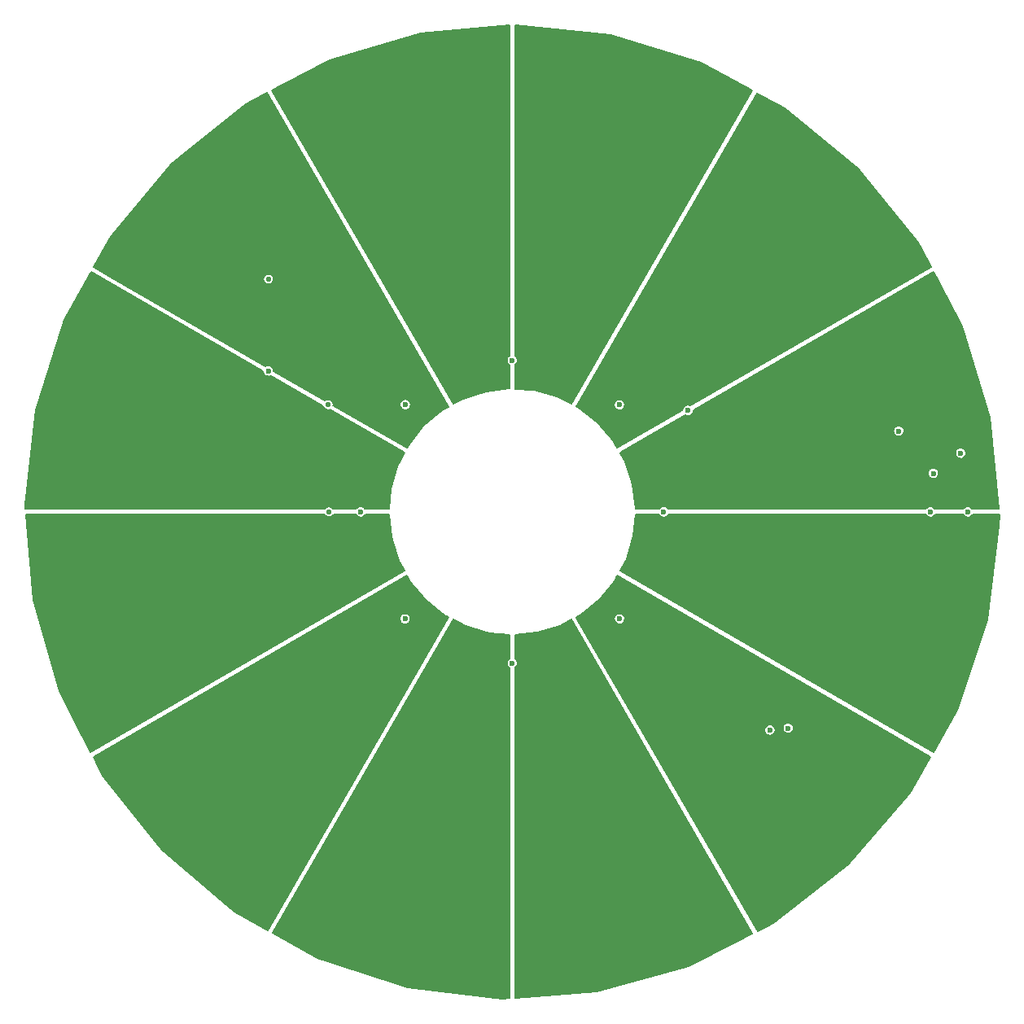
<source format=gbr>
G04 #@! TF.GenerationSoftware,KiCad,Pcbnew,(2017-12-21 revision 7586afd53)-makepkg*
G04 #@! TF.CreationDate,2018-01-22T18:21:21-08:00*
G04 #@! TF.ProjectId,fieldmill,6669656C646D696C6C2E6B696361645F,A*
G04 #@! TF.SameCoordinates,Original*
G04 #@! TF.FileFunction,Copper,L1,Top,Signal*
G04 #@! TF.FilePolarity,Positive*
%FSLAX46Y46*%
G04 Gerber Fmt 4.6, Leading zero omitted, Abs format (unit mm)*
G04 Created by KiCad (PCBNEW (2017-12-21 revision 7586afd53)-makepkg) date 01/22/18 18:21:21*
%MOMM*%
%LPD*%
G01*
G04 APERTURE LIST*
%ADD10R,1.000000X1.000000*%
%ADD11C,0.600000*%
%ADD12C,0.550000*%
%ADD13C,0.200000*%
%ADD14C,0.180000*%
G04 APERTURE END LIST*
D10*
X117600000Y-95200000D03*
X112800000Y-87000000D03*
X104600000Y-82400000D03*
X95400000Y-82800000D03*
X87200000Y-87400000D03*
X82600000Y-95400000D03*
X82600000Y-104600000D03*
X87200000Y-112600000D03*
X95400000Y-117400000D03*
X105000000Y-117200000D03*
X113000000Y-112600000D03*
X117600000Y-104600000D03*
D11*
X143800000Y-96000000D03*
X140200000Y-91600000D03*
X143500000Y-100000000D03*
X74625000Y-85350000D03*
X128700000Y-122500000D03*
X126800000Y-122700000D03*
X146650000Y-93900000D03*
X118275000Y-89450000D03*
D12*
X80950000Y-100000000D03*
X74650000Y-75800000D03*
X80850000Y-88850000D03*
D11*
X88280000Y-107670000D03*
X147400000Y-100000000D03*
X86760000Y-91380000D03*
X115725000Y-98525000D03*
X111150000Y-88870000D03*
X111160000Y-111130000D03*
X88850000Y-111140000D03*
X88870000Y-88850000D03*
X115760000Y-100000000D03*
X84250000Y-100000000D03*
X100000000Y-115760000D03*
X100000000Y-84250000D03*
X96000000Y-115281675D03*
X85379536Y-95850000D03*
X104150000Y-114620464D03*
X112140000Y-90860000D03*
X111880000Y-108490000D03*
X85850000Y-103588125D03*
X103650000Y-85866579D03*
X96550000Y-86434008D03*
X113552595Y-103500000D03*
D13*
X88280000Y-107670000D02*
X87600000Y-110230000D01*
X87600000Y-110230000D02*
X87200000Y-112600000D01*
X86760000Y-90550000D02*
X87200000Y-87400000D01*
X86760000Y-91380000D02*
X86760000Y-90550000D01*
X116900000Y-98400000D02*
X117600000Y-95200000D01*
X115725000Y-98525000D02*
X116900000Y-98400000D01*
X96000000Y-115281675D02*
X95400000Y-117400000D01*
X113590000Y-89730000D02*
X112800000Y-87000000D01*
X112140000Y-90860000D02*
X113590000Y-89730000D01*
X85379536Y-95850000D02*
X82600000Y-95400000D01*
X104150000Y-114620464D02*
X105000000Y-117200000D01*
X113560000Y-109840000D02*
X113000000Y-112600000D01*
X111880000Y-108490000D02*
X113560000Y-109840000D01*
X85850000Y-103588125D02*
X82600000Y-104600000D01*
X103650000Y-85866579D02*
X104600000Y-82400000D01*
X113552595Y-103500000D02*
X117600000Y-104600000D01*
X96550000Y-86434008D02*
X95400000Y-82800000D01*
D14*
G36*
X146832879Y-80696880D02*
X149690283Y-90161059D01*
X150626565Y-99710000D01*
X147891692Y-99710000D01*
X147843856Y-99638000D01*
X147765090Y-99558682D01*
X147672418Y-99496174D01*
X147569369Y-99452857D01*
X147459870Y-99430380D01*
X147348089Y-99429599D01*
X147238287Y-99450545D01*
X147134643Y-99492420D01*
X147041108Y-99553628D01*
X146961242Y-99631838D01*
X146907723Y-99710000D01*
X143991692Y-99710000D01*
X143943856Y-99638000D01*
X143865090Y-99558682D01*
X143772418Y-99496174D01*
X143669369Y-99452857D01*
X143559870Y-99430380D01*
X143448089Y-99429599D01*
X143338287Y-99450545D01*
X143234643Y-99492420D01*
X143141108Y-99553628D01*
X143061242Y-99631838D01*
X143007723Y-99710000D01*
X116251692Y-99710000D01*
X116203856Y-99638000D01*
X116125090Y-99558682D01*
X116032418Y-99496174D01*
X115929369Y-99452857D01*
X115819870Y-99430380D01*
X115708089Y-99429599D01*
X115598287Y-99450545D01*
X115494643Y-99492420D01*
X115401108Y-99553628D01*
X115321242Y-99631838D01*
X115267723Y-99710000D01*
X112840951Y-99710000D01*
X112839992Y-99641347D01*
X112525793Y-97154210D01*
X112157782Y-96047927D01*
X143229251Y-96047927D01*
X143249430Y-96157874D01*
X143290580Y-96261806D01*
X143351133Y-96355767D01*
X143428784Y-96436177D01*
X143520574Y-96499973D01*
X143623008Y-96544725D01*
X143732183Y-96568729D01*
X143843941Y-96571070D01*
X143954026Y-96551659D01*
X144058244Y-96511236D01*
X144152625Y-96451339D01*
X144233575Y-96374252D01*
X144298010Y-96282909D01*
X144343476Y-96180791D01*
X144368242Y-96071786D01*
X144370024Y-95944109D01*
X144348312Y-95834455D01*
X144305715Y-95731106D01*
X144243856Y-95638000D01*
X144165090Y-95558682D01*
X144072418Y-95496174D01*
X143969369Y-95452857D01*
X143859870Y-95430380D01*
X143748089Y-95429599D01*
X143638287Y-95450545D01*
X143534643Y-95492420D01*
X143441108Y-95553628D01*
X143361242Y-95631838D01*
X143298088Y-95724072D01*
X143254052Y-95826815D01*
X143230811Y-95936155D01*
X143229251Y-96047927D01*
X112157782Y-96047927D01*
X111734491Y-94775468D01*
X111264383Y-93947927D01*
X146079251Y-93947927D01*
X146099430Y-94057874D01*
X146140580Y-94161806D01*
X146201133Y-94255767D01*
X146278784Y-94336177D01*
X146370574Y-94399973D01*
X146473008Y-94444725D01*
X146582183Y-94468729D01*
X146693941Y-94471070D01*
X146804026Y-94451659D01*
X146908244Y-94411236D01*
X147002625Y-94351339D01*
X147083575Y-94274252D01*
X147148010Y-94182909D01*
X147193476Y-94080791D01*
X147218242Y-93971786D01*
X147220024Y-93844109D01*
X147198312Y-93734455D01*
X147155715Y-93631106D01*
X147093856Y-93538000D01*
X147015090Y-93458682D01*
X146922418Y-93396174D01*
X146819369Y-93352857D01*
X146709870Y-93330380D01*
X146598089Y-93329599D01*
X146488287Y-93350545D01*
X146384643Y-93392420D01*
X146291108Y-93453628D01*
X146211242Y-93531838D01*
X146148088Y-93624072D01*
X146104052Y-93726815D01*
X146080811Y-93836155D01*
X146079251Y-93947927D01*
X111264383Y-93947927D01*
X111214530Y-93860170D01*
X115046240Y-91647927D01*
X139629251Y-91647927D01*
X139649430Y-91757874D01*
X139690580Y-91861806D01*
X139751133Y-91955767D01*
X139828784Y-92036177D01*
X139920574Y-92099973D01*
X140023008Y-92144725D01*
X140132183Y-92168729D01*
X140243941Y-92171070D01*
X140354026Y-92151659D01*
X140458244Y-92111236D01*
X140552625Y-92051339D01*
X140633575Y-91974252D01*
X140698010Y-91882909D01*
X140743476Y-91780791D01*
X140768242Y-91671786D01*
X140770024Y-91544109D01*
X140748312Y-91434455D01*
X140705715Y-91331106D01*
X140643856Y-91238000D01*
X140565090Y-91158682D01*
X140472418Y-91096174D01*
X140369369Y-91052857D01*
X140259870Y-91030380D01*
X140148089Y-91029599D01*
X140038287Y-91050545D01*
X139934643Y-91092420D01*
X139841108Y-91153628D01*
X139761242Y-91231838D01*
X139698088Y-91324072D01*
X139654052Y-91426815D01*
X139630811Y-91536155D01*
X139629251Y-91647927D01*
X115046240Y-91647927D01*
X117991765Y-89947325D01*
X117995574Y-89949973D01*
X118098008Y-89994725D01*
X118207183Y-90018729D01*
X118318941Y-90021070D01*
X118429026Y-90001659D01*
X118533244Y-89961236D01*
X118627625Y-89901339D01*
X118708575Y-89824252D01*
X118773010Y-89732909D01*
X118818476Y-89630791D01*
X118843242Y-89521786D01*
X118844172Y-89455187D01*
X143821987Y-75034216D01*
X146832879Y-80696880D01*
X146832879Y-80696880D01*
G37*
X146832879Y-80696880D02*
X149690283Y-90161059D01*
X150626565Y-99710000D01*
X147891692Y-99710000D01*
X147843856Y-99638000D01*
X147765090Y-99558682D01*
X147672418Y-99496174D01*
X147569369Y-99452857D01*
X147459870Y-99430380D01*
X147348089Y-99429599D01*
X147238287Y-99450545D01*
X147134643Y-99492420D01*
X147041108Y-99553628D01*
X146961242Y-99631838D01*
X146907723Y-99710000D01*
X143991692Y-99710000D01*
X143943856Y-99638000D01*
X143865090Y-99558682D01*
X143772418Y-99496174D01*
X143669369Y-99452857D01*
X143559870Y-99430380D01*
X143448089Y-99429599D01*
X143338287Y-99450545D01*
X143234643Y-99492420D01*
X143141108Y-99553628D01*
X143061242Y-99631838D01*
X143007723Y-99710000D01*
X116251692Y-99710000D01*
X116203856Y-99638000D01*
X116125090Y-99558682D01*
X116032418Y-99496174D01*
X115929369Y-99452857D01*
X115819870Y-99430380D01*
X115708089Y-99429599D01*
X115598287Y-99450545D01*
X115494643Y-99492420D01*
X115401108Y-99553628D01*
X115321242Y-99631838D01*
X115267723Y-99710000D01*
X112840951Y-99710000D01*
X112839992Y-99641347D01*
X112525793Y-97154210D01*
X112157782Y-96047927D01*
X143229251Y-96047927D01*
X143249430Y-96157874D01*
X143290580Y-96261806D01*
X143351133Y-96355767D01*
X143428784Y-96436177D01*
X143520574Y-96499973D01*
X143623008Y-96544725D01*
X143732183Y-96568729D01*
X143843941Y-96571070D01*
X143954026Y-96551659D01*
X144058244Y-96511236D01*
X144152625Y-96451339D01*
X144233575Y-96374252D01*
X144298010Y-96282909D01*
X144343476Y-96180791D01*
X144368242Y-96071786D01*
X144370024Y-95944109D01*
X144348312Y-95834455D01*
X144305715Y-95731106D01*
X144243856Y-95638000D01*
X144165090Y-95558682D01*
X144072418Y-95496174D01*
X143969369Y-95452857D01*
X143859870Y-95430380D01*
X143748089Y-95429599D01*
X143638287Y-95450545D01*
X143534643Y-95492420D01*
X143441108Y-95553628D01*
X143361242Y-95631838D01*
X143298088Y-95724072D01*
X143254052Y-95826815D01*
X143230811Y-95936155D01*
X143229251Y-96047927D01*
X112157782Y-96047927D01*
X111734491Y-94775468D01*
X111264383Y-93947927D01*
X146079251Y-93947927D01*
X146099430Y-94057874D01*
X146140580Y-94161806D01*
X146201133Y-94255767D01*
X146278784Y-94336177D01*
X146370574Y-94399973D01*
X146473008Y-94444725D01*
X146582183Y-94468729D01*
X146693941Y-94471070D01*
X146804026Y-94451659D01*
X146908244Y-94411236D01*
X147002625Y-94351339D01*
X147083575Y-94274252D01*
X147148010Y-94182909D01*
X147193476Y-94080791D01*
X147218242Y-93971786D01*
X147220024Y-93844109D01*
X147198312Y-93734455D01*
X147155715Y-93631106D01*
X147093856Y-93538000D01*
X147015090Y-93458682D01*
X146922418Y-93396174D01*
X146819369Y-93352857D01*
X146709870Y-93330380D01*
X146598089Y-93329599D01*
X146488287Y-93350545D01*
X146384643Y-93392420D01*
X146291108Y-93453628D01*
X146211242Y-93531838D01*
X146148088Y-93624072D01*
X146104052Y-93726815D01*
X146080811Y-93836155D01*
X146079251Y-93947927D01*
X111264383Y-93947927D01*
X111214530Y-93860170D01*
X115046240Y-91647927D01*
X139629251Y-91647927D01*
X139649430Y-91757874D01*
X139690580Y-91861806D01*
X139751133Y-91955767D01*
X139828784Y-92036177D01*
X139920574Y-92099973D01*
X140023008Y-92144725D01*
X140132183Y-92168729D01*
X140243941Y-92171070D01*
X140354026Y-92151659D01*
X140458244Y-92111236D01*
X140552625Y-92051339D01*
X140633575Y-91974252D01*
X140698010Y-91882909D01*
X140743476Y-91780791D01*
X140768242Y-91671786D01*
X140770024Y-91544109D01*
X140748312Y-91434455D01*
X140705715Y-91331106D01*
X140643856Y-91238000D01*
X140565090Y-91158682D01*
X140472418Y-91096174D01*
X140369369Y-91052857D01*
X140259870Y-91030380D01*
X140148089Y-91029599D01*
X140038287Y-91050545D01*
X139934643Y-91092420D01*
X139841108Y-91153628D01*
X139761242Y-91231838D01*
X139698088Y-91324072D01*
X139654052Y-91426815D01*
X139630811Y-91536155D01*
X139629251Y-91647927D01*
X115046240Y-91647927D01*
X117991765Y-89947325D01*
X117995574Y-89949973D01*
X118098008Y-89994725D01*
X118207183Y-90018729D01*
X118318941Y-90021070D01*
X118429026Y-90001659D01*
X118533244Y-89961236D01*
X118627625Y-89901339D01*
X118708575Y-89824252D01*
X118773010Y-89732909D01*
X118818476Y-89630791D01*
X118843242Y-89521786D01*
X118844172Y-89455187D01*
X143821987Y-75034216D01*
X146832879Y-80696880D01*
G36*
X128325917Y-58005102D02*
X135943306Y-64306754D01*
X142191625Y-71967951D01*
X143549532Y-74521802D01*
X118555908Y-88951901D01*
X118547418Y-88946174D01*
X118444369Y-88902857D01*
X118334870Y-88880380D01*
X118223089Y-88879599D01*
X118113287Y-88900545D01*
X118009643Y-88942420D01*
X117916108Y-89003628D01*
X117836242Y-89081838D01*
X117773088Y-89174072D01*
X117729052Y-89276815D01*
X117705811Y-89386155D01*
X117705015Y-89443165D01*
X110928041Y-93355859D01*
X110496226Y-92595727D01*
X108858163Y-90698012D01*
X106882695Y-89154608D01*
X106661061Y-89042653D01*
X106733071Y-88917927D01*
X110579251Y-88917927D01*
X110599430Y-89027874D01*
X110640580Y-89131806D01*
X110701133Y-89225767D01*
X110778784Y-89306177D01*
X110870574Y-89369973D01*
X110973008Y-89414725D01*
X111082183Y-89438729D01*
X111193941Y-89441070D01*
X111304026Y-89421659D01*
X111408244Y-89381236D01*
X111502625Y-89321339D01*
X111583575Y-89244252D01*
X111648010Y-89152909D01*
X111693476Y-89050791D01*
X111718242Y-88941786D01*
X111720024Y-88814109D01*
X111698312Y-88704455D01*
X111655715Y-88601106D01*
X111593856Y-88508000D01*
X111515090Y-88428682D01*
X111422418Y-88366174D01*
X111319369Y-88322857D01*
X111209870Y-88300380D01*
X111098089Y-88299599D01*
X110988287Y-88320545D01*
X110884643Y-88362420D01*
X110791108Y-88423628D01*
X110711242Y-88501838D01*
X110648088Y-88594072D01*
X110604052Y-88696815D01*
X110580811Y-88806155D01*
X110579251Y-88917927D01*
X106733071Y-88917927D01*
X125471652Y-56461807D01*
X128325917Y-58005102D01*
X128325917Y-58005102D01*
G37*
X128325917Y-58005102D02*
X135943306Y-64306754D01*
X142191625Y-71967951D01*
X143549532Y-74521802D01*
X118555908Y-88951901D01*
X118547418Y-88946174D01*
X118444369Y-88902857D01*
X118334870Y-88880380D01*
X118223089Y-88879599D01*
X118113287Y-88900545D01*
X118009643Y-88942420D01*
X117916108Y-89003628D01*
X117836242Y-89081838D01*
X117773088Y-89174072D01*
X117729052Y-89276815D01*
X117705811Y-89386155D01*
X117705015Y-89443165D01*
X110928041Y-93355859D01*
X110496226Y-92595727D01*
X108858163Y-90698012D01*
X106882695Y-89154608D01*
X106661061Y-89042653D01*
X106733071Y-88917927D01*
X110579251Y-88917927D01*
X110599430Y-89027874D01*
X110640580Y-89131806D01*
X110701133Y-89225767D01*
X110778784Y-89306177D01*
X110870574Y-89369973D01*
X110973008Y-89414725D01*
X111082183Y-89438729D01*
X111193941Y-89441070D01*
X111304026Y-89421659D01*
X111408244Y-89381236D01*
X111502625Y-89321339D01*
X111583575Y-89244252D01*
X111648010Y-89152909D01*
X111693476Y-89050791D01*
X111718242Y-88941786D01*
X111720024Y-88814109D01*
X111698312Y-88704455D01*
X111655715Y-88601106D01*
X111593856Y-88508000D01*
X111515090Y-88428682D01*
X111422418Y-88366174D01*
X111319369Y-88322857D01*
X111209870Y-88300380D01*
X111098089Y-88299599D01*
X110988287Y-88320545D01*
X110884643Y-88362420D01*
X110791108Y-88423628D01*
X110711242Y-88501838D01*
X110648088Y-88594072D01*
X110604052Y-88696815D01*
X110580811Y-88806155D01*
X110579251Y-88917927D01*
X106733071Y-88917927D01*
X125471652Y-56461807D01*
X128325917Y-58005102D01*
G36*
X110185602Y-50379616D02*
X119629602Y-53303022D01*
X124961265Y-56185841D01*
X106142561Y-88780739D01*
X104645068Y-88024301D01*
X102230511Y-87350144D01*
X100290000Y-87200830D01*
X100290000Y-84741083D01*
X100352625Y-84701339D01*
X100433575Y-84624252D01*
X100498010Y-84532909D01*
X100543476Y-84430791D01*
X100568242Y-84321786D01*
X100570024Y-84194109D01*
X100548312Y-84084455D01*
X100505715Y-83981106D01*
X100443856Y-83888000D01*
X100365090Y-83808682D01*
X100290000Y-83758033D01*
X100290000Y-49352025D01*
X100353636Y-49346234D01*
X110185602Y-50379616D01*
X110185602Y-50379616D01*
G37*
X110185602Y-50379616D02*
X119629602Y-53303022D01*
X124961265Y-56185841D01*
X106142561Y-88780739D01*
X104645068Y-88024301D01*
X102230511Y-87350144D01*
X100290000Y-87200830D01*
X100290000Y-84741083D01*
X100352625Y-84701339D01*
X100433575Y-84624252D01*
X100498010Y-84532909D01*
X100543476Y-84430791D01*
X100568242Y-84321786D01*
X100570024Y-84194109D01*
X100548312Y-84084455D01*
X100505715Y-83981106D01*
X100443856Y-83888000D01*
X100365090Y-83808682D01*
X100290000Y-83758033D01*
X100290000Y-49352025D01*
X100353636Y-49346234D01*
X110185602Y-50379616D01*
G36*
X99710000Y-83758546D02*
X99641108Y-83803628D01*
X99561242Y-83881838D01*
X99498088Y-83974072D01*
X99454052Y-84076815D01*
X99430811Y-84186155D01*
X99429251Y-84297927D01*
X99449430Y-84407874D01*
X99490580Y-84511806D01*
X99551133Y-84605767D01*
X99628784Y-84686177D01*
X99710000Y-84742624D01*
X99710000Y-87160321D01*
X97241725Y-87454645D01*
X94857517Y-88229321D01*
X93860715Y-88786414D01*
X75028464Y-56168051D01*
X81024303Y-53033502D01*
X90508200Y-50242239D01*
X99710000Y-49404809D01*
X99710000Y-83758546D01*
X99710000Y-83758546D01*
G37*
X99710000Y-83758546D02*
X99641108Y-83803628D01*
X99561242Y-83881838D01*
X99498088Y-83974072D01*
X99454052Y-84076815D01*
X99430811Y-84186155D01*
X99429251Y-84297927D01*
X99449430Y-84407874D01*
X99490580Y-84511806D01*
X99551133Y-84605767D01*
X99628784Y-84686177D01*
X99710000Y-84742624D01*
X99710000Y-87160321D01*
X97241725Y-87454645D01*
X94857517Y-88229321D01*
X93860715Y-88786414D01*
X75028464Y-56168051D01*
X81024303Y-53033502D01*
X90508200Y-50242239D01*
X99710000Y-49404809D01*
X99710000Y-83758546D01*
G36*
X93354379Y-89069396D02*
X92669184Y-89452338D01*
X90760080Y-91077113D01*
X89202922Y-93041758D01*
X89048480Y-93342270D01*
X81392553Y-88922010D01*
X81393319Y-88918637D01*
X81393608Y-88897927D01*
X88299251Y-88897927D01*
X88319430Y-89007874D01*
X88360580Y-89111806D01*
X88421133Y-89205767D01*
X88498784Y-89286177D01*
X88590574Y-89349973D01*
X88693008Y-89394725D01*
X88802183Y-89418729D01*
X88913941Y-89421070D01*
X89024026Y-89401659D01*
X89128244Y-89361236D01*
X89222625Y-89301339D01*
X89303575Y-89224252D01*
X89368010Y-89132909D01*
X89413476Y-89030791D01*
X89438242Y-88921786D01*
X89440024Y-88794109D01*
X89418312Y-88684455D01*
X89375715Y-88581106D01*
X89313856Y-88488000D01*
X89235090Y-88408682D01*
X89142418Y-88346174D01*
X89039369Y-88302857D01*
X88929870Y-88280380D01*
X88818089Y-88279599D01*
X88708287Y-88300545D01*
X88604643Y-88342420D01*
X88511108Y-88403628D01*
X88431242Y-88481838D01*
X88368088Y-88574072D01*
X88324052Y-88676815D01*
X88300811Y-88786155D01*
X88299251Y-88897927D01*
X81393608Y-88897927D01*
X81395023Y-88796560D01*
X81374264Y-88691715D01*
X81333535Y-88592900D01*
X81274388Y-88503877D01*
X81199077Y-88428038D01*
X81110469Y-88368272D01*
X81011941Y-88326854D01*
X80907244Y-88305363D01*
X80800366Y-88304617D01*
X80695379Y-88324644D01*
X80596282Y-88364682D01*
X80517054Y-88416528D01*
X75194336Y-85343379D01*
X75195024Y-85294109D01*
X75173312Y-85184455D01*
X75130715Y-85081106D01*
X75068856Y-84988000D01*
X74990090Y-84908682D01*
X74897418Y-84846174D01*
X74794369Y-84802857D01*
X74684870Y-84780380D01*
X74573089Y-84779599D01*
X74463287Y-84800545D01*
X74359643Y-84842420D01*
X74344188Y-84852534D01*
X58744497Y-75845825D01*
X74104284Y-75845825D01*
X74123578Y-75950949D01*
X74162923Y-76050324D01*
X74220820Y-76140164D01*
X74295066Y-76217047D01*
X74382830Y-76278044D01*
X74480771Y-76320834D01*
X74585158Y-76343785D01*
X74692014Y-76346023D01*
X74797270Y-76327463D01*
X74896917Y-76288813D01*
X74987159Y-76231544D01*
X75064559Y-76157837D01*
X75126168Y-76070501D01*
X75169640Y-75972861D01*
X75193319Y-75868637D01*
X75195023Y-75746560D01*
X75174264Y-75641715D01*
X75133535Y-75542900D01*
X75074388Y-75453877D01*
X74999077Y-75378038D01*
X74910469Y-75318272D01*
X74811941Y-75276854D01*
X74707244Y-75255363D01*
X74600366Y-75254617D01*
X74495379Y-75274644D01*
X74396282Y-75314682D01*
X74306849Y-75373206D01*
X74230486Y-75447986D01*
X74170102Y-75536174D01*
X74127998Y-75634411D01*
X74105776Y-75738955D01*
X74104284Y-75845825D01*
X58744497Y-75845825D01*
X56471207Y-74533308D01*
X58203876Y-71381596D01*
X64558553Y-63808386D01*
X72263185Y-57613704D01*
X74514023Y-56436994D01*
X93354379Y-89069396D01*
X93354379Y-89069396D01*
G37*
X93354379Y-89069396D02*
X92669184Y-89452338D01*
X90760080Y-91077113D01*
X89202922Y-93041758D01*
X89048480Y-93342270D01*
X81392553Y-88922010D01*
X81393319Y-88918637D01*
X81393608Y-88897927D01*
X88299251Y-88897927D01*
X88319430Y-89007874D01*
X88360580Y-89111806D01*
X88421133Y-89205767D01*
X88498784Y-89286177D01*
X88590574Y-89349973D01*
X88693008Y-89394725D01*
X88802183Y-89418729D01*
X88913941Y-89421070D01*
X89024026Y-89401659D01*
X89128244Y-89361236D01*
X89222625Y-89301339D01*
X89303575Y-89224252D01*
X89368010Y-89132909D01*
X89413476Y-89030791D01*
X89438242Y-88921786D01*
X89440024Y-88794109D01*
X89418312Y-88684455D01*
X89375715Y-88581106D01*
X89313856Y-88488000D01*
X89235090Y-88408682D01*
X89142418Y-88346174D01*
X89039369Y-88302857D01*
X88929870Y-88280380D01*
X88818089Y-88279599D01*
X88708287Y-88300545D01*
X88604643Y-88342420D01*
X88511108Y-88403628D01*
X88431242Y-88481838D01*
X88368088Y-88574072D01*
X88324052Y-88676815D01*
X88300811Y-88786155D01*
X88299251Y-88897927D01*
X81393608Y-88897927D01*
X81395023Y-88796560D01*
X81374264Y-88691715D01*
X81333535Y-88592900D01*
X81274388Y-88503877D01*
X81199077Y-88428038D01*
X81110469Y-88368272D01*
X81011941Y-88326854D01*
X80907244Y-88305363D01*
X80800366Y-88304617D01*
X80695379Y-88324644D01*
X80596282Y-88364682D01*
X80517054Y-88416528D01*
X75194336Y-85343379D01*
X75195024Y-85294109D01*
X75173312Y-85184455D01*
X75130715Y-85081106D01*
X75068856Y-84988000D01*
X74990090Y-84908682D01*
X74897418Y-84846174D01*
X74794369Y-84802857D01*
X74684870Y-84780380D01*
X74573089Y-84779599D01*
X74463287Y-84800545D01*
X74359643Y-84842420D01*
X74344188Y-84852534D01*
X58744497Y-75845825D01*
X74104284Y-75845825D01*
X74123578Y-75950949D01*
X74162923Y-76050324D01*
X74220820Y-76140164D01*
X74295066Y-76217047D01*
X74382830Y-76278044D01*
X74480771Y-76320834D01*
X74585158Y-76343785D01*
X74692014Y-76346023D01*
X74797270Y-76327463D01*
X74896917Y-76288813D01*
X74987159Y-76231544D01*
X75064559Y-76157837D01*
X75126168Y-76070501D01*
X75169640Y-75972861D01*
X75193319Y-75868637D01*
X75195023Y-75746560D01*
X75174264Y-75641715D01*
X75133535Y-75542900D01*
X75074388Y-75453877D01*
X74999077Y-75378038D01*
X74910469Y-75318272D01*
X74811941Y-75276854D01*
X74707244Y-75255363D01*
X74600366Y-75254617D01*
X74495379Y-75274644D01*
X74396282Y-75314682D01*
X74306849Y-75373206D01*
X74230486Y-75447986D01*
X74170102Y-75536174D01*
X74127998Y-75634411D01*
X74105776Y-75738955D01*
X74104284Y-75845825D01*
X58744497Y-75845825D01*
X56471207Y-74533308D01*
X58203876Y-71381596D01*
X64558553Y-63808386D01*
X72263185Y-57613704D01*
X74514023Y-56436994D01*
X93354379Y-89069396D01*
G36*
X74054844Y-85355425D02*
X74054251Y-85397927D01*
X74074430Y-85507874D01*
X74115580Y-85611806D01*
X74176133Y-85705767D01*
X74253784Y-85786177D01*
X74345574Y-85849973D01*
X74448008Y-85894725D01*
X74557183Y-85918729D01*
X74668941Y-85921070D01*
X74779026Y-85901659D01*
X74883244Y-85861236D01*
X74905961Y-85846819D01*
X80318187Y-88971574D01*
X80323578Y-89000949D01*
X80362923Y-89100324D01*
X80420820Y-89190164D01*
X80495066Y-89267047D01*
X80582830Y-89328044D01*
X80680771Y-89370834D01*
X80785158Y-89393785D01*
X80892014Y-89396023D01*
X80997270Y-89377463D01*
X81011588Y-89371910D01*
X88783037Y-93858765D01*
X88057021Y-95271440D01*
X87366024Y-97681232D01*
X87195664Y-99710000D01*
X84741692Y-99710000D01*
X84693856Y-99638000D01*
X84615090Y-99558682D01*
X84522418Y-99496174D01*
X84419369Y-99452857D01*
X84309870Y-99430380D01*
X84198089Y-99429599D01*
X84088287Y-99450545D01*
X83984643Y-99492420D01*
X83891108Y-99553628D01*
X83811242Y-99631838D01*
X83757723Y-99710000D01*
X81411676Y-99710000D01*
X81374388Y-99653877D01*
X81299077Y-99578038D01*
X81210469Y-99518272D01*
X81111941Y-99476854D01*
X81007244Y-99455363D01*
X80900366Y-99454617D01*
X80795379Y-99474644D01*
X80696282Y-99514682D01*
X80606849Y-99573206D01*
X80530486Y-99647986D01*
X80488024Y-99710000D01*
X49384976Y-99710000D01*
X49349938Y-99292746D01*
X50451933Y-89468233D01*
X53441199Y-80044873D01*
X56191538Y-75042024D01*
X74054844Y-85355425D01*
X74054844Y-85355425D01*
G37*
X74054844Y-85355425D02*
X74054251Y-85397927D01*
X74074430Y-85507874D01*
X74115580Y-85611806D01*
X74176133Y-85705767D01*
X74253784Y-85786177D01*
X74345574Y-85849973D01*
X74448008Y-85894725D01*
X74557183Y-85918729D01*
X74668941Y-85921070D01*
X74779026Y-85901659D01*
X74883244Y-85861236D01*
X74905961Y-85846819D01*
X80318187Y-88971574D01*
X80323578Y-89000949D01*
X80362923Y-89100324D01*
X80420820Y-89190164D01*
X80495066Y-89267047D01*
X80582830Y-89328044D01*
X80680771Y-89370834D01*
X80785158Y-89393785D01*
X80892014Y-89396023D01*
X80997270Y-89377463D01*
X81011588Y-89371910D01*
X88783037Y-93858765D01*
X88057021Y-95271440D01*
X87366024Y-97681232D01*
X87195664Y-99710000D01*
X84741692Y-99710000D01*
X84693856Y-99638000D01*
X84615090Y-99558682D01*
X84522418Y-99496174D01*
X84419369Y-99452857D01*
X84309870Y-99430380D01*
X84198089Y-99429599D01*
X84088287Y-99450545D01*
X83984643Y-99492420D01*
X83891108Y-99553628D01*
X83811242Y-99631838D01*
X83757723Y-99710000D01*
X81411676Y-99710000D01*
X81374388Y-99653877D01*
X81299077Y-99578038D01*
X81210469Y-99518272D01*
X81111941Y-99476854D01*
X81007244Y-99455363D01*
X80900366Y-99454617D01*
X80795379Y-99474644D01*
X80696282Y-99514682D01*
X80606849Y-99573206D01*
X80530486Y-99647986D01*
X80488024Y-99710000D01*
X49384976Y-99710000D01*
X49349938Y-99292746D01*
X50451933Y-89468233D01*
X53441199Y-80044873D01*
X56191538Y-75042024D01*
X74054844Y-85355425D01*
G36*
X80520820Y-100340164D02*
X80595066Y-100417047D01*
X80682830Y-100478044D01*
X80780771Y-100520834D01*
X80885158Y-100543785D01*
X80992014Y-100546023D01*
X81097270Y-100527463D01*
X81196917Y-100488813D01*
X81287159Y-100431544D01*
X81364559Y-100357837D01*
X81412413Y-100290000D01*
X83758750Y-100290000D01*
X83801133Y-100355767D01*
X83878784Y-100436177D01*
X83970574Y-100499973D01*
X84073008Y-100544725D01*
X84182183Y-100568729D01*
X84293941Y-100571070D01*
X84404026Y-100551659D01*
X84508244Y-100511236D01*
X84602625Y-100451339D01*
X84683575Y-100374252D01*
X84743008Y-100290000D01*
X87168664Y-100290000D01*
X87435694Y-102670626D01*
X88193707Y-105060184D01*
X88786819Y-106139051D01*
X56155953Y-124978521D01*
X52902172Y-118647349D01*
X50177187Y-109144197D01*
X49433680Y-100290000D01*
X80488492Y-100290000D01*
X80520820Y-100340164D01*
X80520820Y-100340164D01*
G37*
X80520820Y-100340164D02*
X80595066Y-100417047D01*
X80682830Y-100478044D01*
X80780771Y-100520834D01*
X80885158Y-100543785D01*
X80992014Y-100546023D01*
X81097270Y-100527463D01*
X81196917Y-100488813D01*
X81287159Y-100431544D01*
X81364559Y-100357837D01*
X81412413Y-100290000D01*
X83758750Y-100290000D01*
X83801133Y-100355767D01*
X83878784Y-100436177D01*
X83970574Y-100499973D01*
X84073008Y-100544725D01*
X84182183Y-100568729D01*
X84293941Y-100571070D01*
X84404026Y-100551659D01*
X84508244Y-100511236D01*
X84602625Y-100451339D01*
X84683575Y-100374252D01*
X84743008Y-100290000D01*
X87168664Y-100290000D01*
X87435694Y-102670626D01*
X88193707Y-105060184D01*
X88786819Y-106139051D01*
X56155953Y-124978521D01*
X52902172Y-118647349D01*
X50177187Y-109144197D01*
X49433680Y-100290000D01*
X80488492Y-100290000D01*
X80520820Y-100340164D01*
G36*
X89401417Y-107257001D02*
X91012824Y-109177402D01*
X92966550Y-110748238D01*
X93345338Y-110946264D01*
X74537748Y-143521912D01*
X71090504Y-141595313D01*
X63561842Y-135187920D01*
X57421099Y-127440229D01*
X56421382Y-125494991D01*
X81201903Y-111187927D01*
X88279251Y-111187927D01*
X88299430Y-111297874D01*
X88340580Y-111401806D01*
X88401133Y-111495767D01*
X88478784Y-111576177D01*
X88570574Y-111639973D01*
X88673008Y-111684725D01*
X88782183Y-111708729D01*
X88893941Y-111711070D01*
X89004026Y-111691659D01*
X89108244Y-111651236D01*
X89202625Y-111591339D01*
X89283575Y-111514252D01*
X89348010Y-111422909D01*
X89393476Y-111320791D01*
X89418242Y-111211786D01*
X89420024Y-111084109D01*
X89398312Y-110974455D01*
X89355715Y-110871106D01*
X89293856Y-110778000D01*
X89215090Y-110698682D01*
X89122418Y-110636174D01*
X89019369Y-110592857D01*
X88909870Y-110570380D01*
X88798089Y-110569599D01*
X88688287Y-110590545D01*
X88584643Y-110632420D01*
X88491108Y-110693628D01*
X88411242Y-110771838D01*
X88348088Y-110864072D01*
X88304052Y-110966815D01*
X88280811Y-111076155D01*
X88279251Y-111187927D01*
X81201903Y-111187927D01*
X89066293Y-106647412D01*
X89401417Y-107257001D01*
X89401417Y-107257001D01*
G37*
X89401417Y-107257001D02*
X91012824Y-109177402D01*
X92966550Y-110748238D01*
X93345338Y-110946264D01*
X74537748Y-143521912D01*
X71090504Y-141595313D01*
X63561842Y-135187920D01*
X57421099Y-127440229D01*
X56421382Y-125494991D01*
X81201903Y-111187927D01*
X88279251Y-111187927D01*
X88299430Y-111297874D01*
X88340580Y-111401806D01*
X88401133Y-111495767D01*
X88478784Y-111576177D01*
X88570574Y-111639973D01*
X88673008Y-111684725D01*
X88782183Y-111708729D01*
X88893941Y-111711070D01*
X89004026Y-111691659D01*
X89108244Y-111651236D01*
X89202625Y-111591339D01*
X89283575Y-111514252D01*
X89348010Y-111422909D01*
X89393476Y-111320791D01*
X89418242Y-111211786D01*
X89420024Y-111084109D01*
X89398312Y-110974455D01*
X89355715Y-110871106D01*
X89293856Y-110778000D01*
X89215090Y-110698682D01*
X89122418Y-110636174D01*
X89019369Y-110592857D01*
X88909870Y-110570380D01*
X88798089Y-110569599D01*
X88688287Y-110590545D01*
X88584643Y-110632420D01*
X88491108Y-110693628D01*
X88411242Y-110771838D01*
X88348088Y-110864072D01*
X88304052Y-110966815D01*
X88280811Y-111076155D01*
X88279251Y-111187927D01*
X81201903Y-111187927D01*
X89066293Y-106647412D01*
X89401417Y-107257001D01*
G36*
X95188178Y-111909677D02*
X97593087Y-112617480D01*
X99710000Y-112810134D01*
X99710000Y-115268546D01*
X99641108Y-115313628D01*
X99561242Y-115391838D01*
X99498088Y-115484072D01*
X99454052Y-115586815D01*
X99430811Y-115696155D01*
X99429251Y-115807927D01*
X99449430Y-115917874D01*
X99490580Y-116021806D01*
X99551133Y-116115767D01*
X99628784Y-116196177D01*
X99710000Y-116252624D01*
X99710000Y-150584578D01*
X98939162Y-150643891D01*
X89122582Y-149473334D01*
X79720320Y-146418354D01*
X75044084Y-143804894D01*
X93859779Y-111215207D01*
X95188178Y-111909677D01*
X95188178Y-111909677D01*
G37*
X95188178Y-111909677D02*
X97593087Y-112617480D01*
X99710000Y-112810134D01*
X99710000Y-115268546D01*
X99641108Y-115313628D01*
X99561242Y-115391838D01*
X99498088Y-115484072D01*
X99454052Y-115586815D01*
X99430811Y-115696155D01*
X99429251Y-115807927D01*
X99449430Y-115917874D01*
X99490580Y-116021806D01*
X99551133Y-116115767D01*
X99628784Y-116196177D01*
X99710000Y-116252624D01*
X99710000Y-150584578D01*
X98939162Y-150643891D01*
X89122582Y-149473334D01*
X79720320Y-146418354D01*
X75044084Y-143804894D01*
X93859779Y-111215207D01*
X95188178Y-111909677D01*
G36*
X124986741Y-143858285D02*
X118318093Y-147226862D01*
X108796148Y-149885437D01*
X100290000Y-150539950D01*
X100290000Y-116251083D01*
X100352625Y-116211339D01*
X100433575Y-116134252D01*
X100498010Y-116042909D01*
X100543476Y-115940791D01*
X100568242Y-115831786D01*
X100570024Y-115704109D01*
X100548312Y-115594455D01*
X100505715Y-115491106D01*
X100443856Y-115398000D01*
X100365090Y-115318682D01*
X100290000Y-115268033D01*
X100290000Y-112823632D01*
X102582846Y-112582644D01*
X104977638Y-111841332D01*
X106139129Y-111213316D01*
X124986741Y-143858285D01*
X124986741Y-143858285D01*
G37*
X124986741Y-143858285D02*
X118318093Y-147226862D01*
X108796148Y-149885437D01*
X100290000Y-150539950D01*
X100290000Y-116251083D01*
X100352625Y-116211339D01*
X100433575Y-116134252D01*
X100498010Y-116042909D01*
X100543476Y-115940791D01*
X100568242Y-115831786D01*
X100570024Y-115704109D01*
X100548312Y-115594455D01*
X100505715Y-115491106D01*
X100443856Y-115398000D01*
X100365090Y-115318682D01*
X100290000Y-115268033D01*
X100290000Y-112823632D01*
X102582846Y-112582644D01*
X104977638Y-111841332D01*
X106139129Y-111213316D01*
X124986741Y-143858285D01*
G36*
X143516767Y-125459748D02*
X141392475Y-129199179D01*
X134932678Y-136682926D01*
X127142306Y-142769431D01*
X125505604Y-143596189D01*
X113468557Y-122747927D01*
X126229251Y-122747927D01*
X126249430Y-122857874D01*
X126290580Y-122961806D01*
X126351133Y-123055767D01*
X126428784Y-123136177D01*
X126520574Y-123199973D01*
X126623008Y-123244725D01*
X126732183Y-123268729D01*
X126843941Y-123271070D01*
X126954026Y-123251659D01*
X127058244Y-123211236D01*
X127152625Y-123151339D01*
X127233575Y-123074252D01*
X127298010Y-122982909D01*
X127343476Y-122880791D01*
X127368242Y-122771786D01*
X127370024Y-122644109D01*
X127350980Y-122547927D01*
X128129251Y-122547927D01*
X128149430Y-122657874D01*
X128190580Y-122761806D01*
X128251133Y-122855767D01*
X128328784Y-122936177D01*
X128420574Y-122999973D01*
X128523008Y-123044725D01*
X128632183Y-123068729D01*
X128743941Y-123071070D01*
X128854026Y-123051659D01*
X128958244Y-123011236D01*
X129052625Y-122951339D01*
X129133575Y-122874252D01*
X129198010Y-122782909D01*
X129243476Y-122680791D01*
X129268242Y-122571786D01*
X129270024Y-122444109D01*
X129248312Y-122334455D01*
X129205715Y-122231106D01*
X129143856Y-122138000D01*
X129065090Y-122058682D01*
X128972418Y-121996174D01*
X128869369Y-121952857D01*
X128759870Y-121930380D01*
X128648089Y-121929599D01*
X128538287Y-121950545D01*
X128434643Y-121992420D01*
X128341108Y-122053628D01*
X128261242Y-122131838D01*
X128198088Y-122224072D01*
X128154052Y-122326815D01*
X128130811Y-122436155D01*
X128129251Y-122547927D01*
X127350980Y-122547927D01*
X127348312Y-122534455D01*
X127305715Y-122431106D01*
X127243856Y-122338000D01*
X127165090Y-122258682D01*
X127072418Y-122196174D01*
X126969369Y-122152857D01*
X126859870Y-122130380D01*
X126748089Y-122129599D01*
X126638287Y-122150545D01*
X126534643Y-122192420D01*
X126441108Y-122253628D01*
X126361242Y-122331838D01*
X126298088Y-122424072D01*
X126254052Y-122526815D01*
X126230811Y-122636155D01*
X126229251Y-122747927D01*
X113468557Y-122747927D01*
X106788449Y-111177927D01*
X110589251Y-111177927D01*
X110609430Y-111287874D01*
X110650580Y-111391806D01*
X110711133Y-111485767D01*
X110788784Y-111566177D01*
X110880574Y-111629973D01*
X110983008Y-111674725D01*
X111092183Y-111698729D01*
X111203941Y-111701070D01*
X111314026Y-111681659D01*
X111418244Y-111641236D01*
X111512625Y-111581339D01*
X111593575Y-111504252D01*
X111658010Y-111412909D01*
X111703476Y-111310791D01*
X111728242Y-111201786D01*
X111730024Y-111074109D01*
X111708312Y-110964455D01*
X111665715Y-110861106D01*
X111603856Y-110768000D01*
X111525090Y-110688682D01*
X111432418Y-110626174D01*
X111329369Y-110582857D01*
X111219870Y-110560380D01*
X111108089Y-110559599D01*
X110998287Y-110580545D01*
X110894643Y-110622420D01*
X110801108Y-110683628D01*
X110721242Y-110761838D01*
X110658088Y-110854072D01*
X110614052Y-110956815D01*
X110590811Y-111066155D01*
X110589251Y-111177927D01*
X106788449Y-111177927D01*
X106649541Y-110937338D01*
X107182833Y-110648988D01*
X109114436Y-109051026D01*
X110698873Y-107108314D01*
X110941522Y-106651957D01*
X143516767Y-125459748D01*
X143516767Y-125459748D01*
G37*
X143516767Y-125459748D02*
X141392475Y-129199179D01*
X134932678Y-136682926D01*
X127142306Y-142769431D01*
X125505604Y-143596189D01*
X113468557Y-122747927D01*
X126229251Y-122747927D01*
X126249430Y-122857874D01*
X126290580Y-122961806D01*
X126351133Y-123055767D01*
X126428784Y-123136177D01*
X126520574Y-123199973D01*
X126623008Y-123244725D01*
X126732183Y-123268729D01*
X126843941Y-123271070D01*
X126954026Y-123251659D01*
X127058244Y-123211236D01*
X127152625Y-123151339D01*
X127233575Y-123074252D01*
X127298010Y-122982909D01*
X127343476Y-122880791D01*
X127368242Y-122771786D01*
X127370024Y-122644109D01*
X127350980Y-122547927D01*
X128129251Y-122547927D01*
X128149430Y-122657874D01*
X128190580Y-122761806D01*
X128251133Y-122855767D01*
X128328784Y-122936177D01*
X128420574Y-122999973D01*
X128523008Y-123044725D01*
X128632183Y-123068729D01*
X128743941Y-123071070D01*
X128854026Y-123051659D01*
X128958244Y-123011236D01*
X129052625Y-122951339D01*
X129133575Y-122874252D01*
X129198010Y-122782909D01*
X129243476Y-122680791D01*
X129268242Y-122571786D01*
X129270024Y-122444109D01*
X129248312Y-122334455D01*
X129205715Y-122231106D01*
X129143856Y-122138000D01*
X129065090Y-122058682D01*
X128972418Y-121996174D01*
X128869369Y-121952857D01*
X128759870Y-121930380D01*
X128648089Y-121929599D01*
X128538287Y-121950545D01*
X128434643Y-121992420D01*
X128341108Y-122053628D01*
X128261242Y-122131838D01*
X128198088Y-122224072D01*
X128154052Y-122326815D01*
X128130811Y-122436155D01*
X128129251Y-122547927D01*
X127350980Y-122547927D01*
X127348312Y-122534455D01*
X127305715Y-122431106D01*
X127243856Y-122338000D01*
X127165090Y-122258682D01*
X127072418Y-122196174D01*
X126969369Y-122152857D01*
X126859870Y-122130380D01*
X126748089Y-122129599D01*
X126638287Y-122150545D01*
X126534643Y-122192420D01*
X126441108Y-122253628D01*
X126361242Y-122331838D01*
X126298088Y-122424072D01*
X126254052Y-122526815D01*
X126230811Y-122636155D01*
X126229251Y-122747927D01*
X113468557Y-122747927D01*
X106788449Y-111177927D01*
X110589251Y-111177927D01*
X110609430Y-111287874D01*
X110650580Y-111391806D01*
X110711133Y-111485767D01*
X110788784Y-111566177D01*
X110880574Y-111629973D01*
X110983008Y-111674725D01*
X111092183Y-111698729D01*
X111203941Y-111701070D01*
X111314026Y-111681659D01*
X111418244Y-111641236D01*
X111512625Y-111581339D01*
X111593575Y-111504252D01*
X111658010Y-111412909D01*
X111703476Y-111310791D01*
X111728242Y-111201786D01*
X111730024Y-111074109D01*
X111708312Y-110964455D01*
X111665715Y-110861106D01*
X111603856Y-110768000D01*
X111525090Y-110688682D01*
X111432418Y-110626174D01*
X111329369Y-110582857D01*
X111219870Y-110560380D01*
X111108089Y-110559599D01*
X110998287Y-110580545D01*
X110894643Y-110622420D01*
X110801108Y-110683628D01*
X110721242Y-110761838D01*
X110658088Y-110854072D01*
X110614052Y-110956815D01*
X110590811Y-111066155D01*
X110589251Y-111177927D01*
X106788449Y-111177927D01*
X106649541Y-110937338D01*
X107182833Y-110648988D01*
X109114436Y-109051026D01*
X110698873Y-107108314D01*
X110941522Y-106651957D01*
X143516767Y-125459748D01*
G36*
X115311133Y-100355767D02*
X115388784Y-100436177D01*
X115480574Y-100499973D01*
X115583008Y-100544725D01*
X115692183Y-100568729D01*
X115803941Y-100571070D01*
X115914026Y-100551659D01*
X116018244Y-100511236D01*
X116112625Y-100451339D01*
X116193575Y-100374252D01*
X116253008Y-100290000D01*
X143008750Y-100290000D01*
X143051133Y-100355767D01*
X143128784Y-100436177D01*
X143220574Y-100499973D01*
X143323008Y-100544725D01*
X143432183Y-100568729D01*
X143543941Y-100571070D01*
X143654026Y-100551659D01*
X143758244Y-100511236D01*
X143852625Y-100451339D01*
X143933575Y-100374252D01*
X143993008Y-100290000D01*
X146908750Y-100290000D01*
X146951133Y-100355767D01*
X147028784Y-100436177D01*
X147120574Y-100499973D01*
X147223008Y-100544725D01*
X147332183Y-100568729D01*
X147443941Y-100571070D01*
X147554026Y-100551659D01*
X147658244Y-100511236D01*
X147752625Y-100451339D01*
X147833575Y-100374252D01*
X147893008Y-100290000D01*
X150650950Y-100290000D01*
X150635250Y-101414371D01*
X149396191Y-111222539D01*
X146275645Y-120603245D01*
X143803456Y-124955085D01*
X111213991Y-106139519D01*
X111875794Y-104894849D01*
X112600369Y-102494940D01*
X112816565Y-100290000D01*
X115268750Y-100290000D01*
X115311133Y-100355767D01*
X115311133Y-100355767D01*
G37*
X115311133Y-100355767D02*
X115388784Y-100436177D01*
X115480574Y-100499973D01*
X115583008Y-100544725D01*
X115692183Y-100568729D01*
X115803941Y-100571070D01*
X115914026Y-100551659D01*
X116018244Y-100511236D01*
X116112625Y-100451339D01*
X116193575Y-100374252D01*
X116253008Y-100290000D01*
X143008750Y-100290000D01*
X143051133Y-100355767D01*
X143128784Y-100436177D01*
X143220574Y-100499973D01*
X143323008Y-100544725D01*
X143432183Y-100568729D01*
X143543941Y-100571070D01*
X143654026Y-100551659D01*
X143758244Y-100511236D01*
X143852625Y-100451339D01*
X143933575Y-100374252D01*
X143993008Y-100290000D01*
X146908750Y-100290000D01*
X146951133Y-100355767D01*
X147028784Y-100436177D01*
X147120574Y-100499973D01*
X147223008Y-100544725D01*
X147332183Y-100568729D01*
X147443941Y-100571070D01*
X147554026Y-100551659D01*
X147658244Y-100511236D01*
X147752625Y-100451339D01*
X147833575Y-100374252D01*
X147893008Y-100290000D01*
X150650950Y-100290000D01*
X150635250Y-101414371D01*
X149396191Y-111222539D01*
X146275645Y-120603245D01*
X143803456Y-124955085D01*
X111213991Y-106139519D01*
X111875794Y-104894849D01*
X112600369Y-102494940D01*
X112816565Y-100290000D01*
X115268750Y-100290000D01*
X115311133Y-100355767D01*
M02*

</source>
